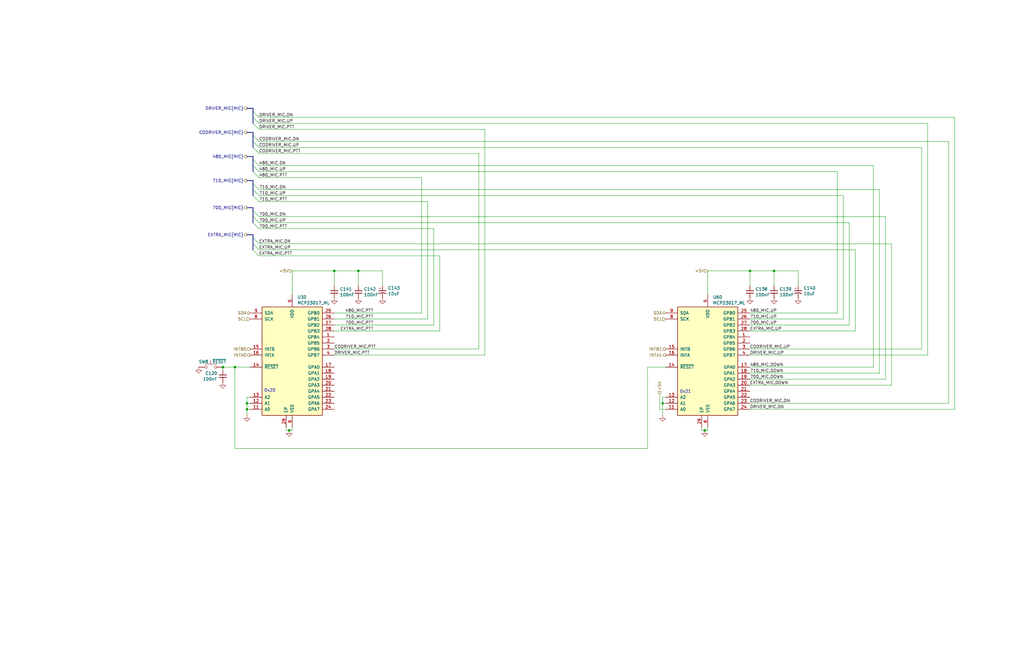
<source format=kicad_sch>
(kicad_sch (version 20250114) (generator "eeschema") (generator_version "9.0")
  (paper "B")
  (lib_symbols
    (symbol "Device:C_Polarized_Small_US" (pin_numbers (hide yes)) (pin_names (offset 0.254) (hide yes))
      (property "Reference" "C" (at 0.254 1.778 0))
      (property "Value" "C_Polarized_Small_US" (at 0.254 -2.032 0))
      (symbol "C_Polarized_Small_US_0_1"
        (polyline (pts (xy -1.524 0.508) (xy 1.524 0.508)) (stroke (width 0.3048)))
        (polyline (pts (xy -1.27 1.524) (xy -0.762 1.524)))
        (polyline (pts (xy -1.016 1.27) (xy -1.016 1.778)))
        (arc (start -1.524 -0.762) (mid 0 -0.3734) (end 1.524 -0.762) (stroke (width 0.3048)))
      )
      (symbol "C_Polarized_Small_US_1_1"
        (pin passive line (at 0 2.54 270) (length 2.032) (name "~") (number "1"))
        (pin passive line (at 0 -2.54 90) (length 2.032) (name "~") (number "2"))
      )
    )
    (symbol "Device:C_Small" (pin_numbers (hide yes)) (pin_names (offset 0.254) (hide yes))
      (property "Reference" "C" (at 0.254 1.778 0))
      (property "Value" "C_Small" (at 0.254 -2.032 0))
      (symbol "C_Small_0_1"
        (polyline (pts (xy -1.524 0.508) (xy 1.524 0.508)) (stroke (width 0.3048)))
        (polyline (pts (xy -1.524 -0.508) (xy 1.524 -0.508)) (stroke (width 0.3302)))
      )
      (symbol "C_Small_1_1"
        (pin passive line (at 0 2.54 270) (length 2.032) (name "~") (number "1"))
        (pin passive line (at 0 -2.54 90) (length 2.032) (name "~") (number "2"))
      )
    )
    (symbol "Interface_Expansion:MCP23017_ML" (pin_names (offset 1.016))
      (property "Reference" "U" (at -11.43 24.13 0))
      (property "Value" "MCP23017_ML" (at 0 0 0))
      (symbol "MCP23017_ML_0_1"
        (rectangle (start -12.7 22.86) (end 12.7 -22.86) (stroke (width 0.254)) (fill (type background)))
      )
      (symbol "MCP23017_ML_1_1"
        (pin bidirectional line (at -17.78 20.32 0) (length 5.08) (name "SDA") (number "9"))
        (pin input line (at -17.78 17.78 0) (length 5.08) (name "SCK") (number "8"))
        (pin tri_state line (at -17.78 5.08 0) (length 5.08) (name "INTB") (number "15"))
        (pin tri_state line (at -17.78 2.54 0) (length 5.08) (name "INTA") (number "16"))
        (pin input line (at -17.78 -2.54 0) (length 5.08) (name "~{RESET}") (number "14"))
        (pin input line (at -17.78 -15.24 0) (length 5.08) (name "A2") (number "13"))
        (pin input line (at -17.78 -17.78 0) (length 5.08) (name "A1") (number "12"))
        (pin input line (at -17.78 -20.32 0) (length 5.08) (name "A0") (number "11"))
        (pin no_connect line (at -12.7 15.24 0) (length 5.08) (hide yes) (name "NC") (number "7"))
        (pin no_connect line (at -12.7 12.7 0) (length 5.08) (hide yes) (name "NC") (number "10"))
        (pin passive line (at -2.54 -27.94 90) (length 5.08) (name "EP") (number "29"))
        (pin power_in line (at 0 27.94 270) (length 5.08) (name "VDD") (number "5"))
        (pin power_in line (at 0 -27.94 90) (length 5.08) (name "VSS") (number "6"))
        (pin bidirectional line (at 17.78 20.32 180) (length 5.08) (name "GPB0") (number "25"))
        (pin bidirectional line (at 17.78 17.78 180) (length 5.08) (name "GPB1") (number "26"))
        (pin bidirectional line (at 17.78 15.24 180) (length 5.08) (name "GPB2") (number "27"))
        (pin bidirectional line (at 17.78 12.7 180) (length 5.08) (name "GPB3") (number "28"))
        (pin bidirectional line (at 17.78 10.16 180) (length 5.08) (name "GPB4") (number "1"))
        (pin bidirectional line (at 17.78 7.62 180) (length 5.08) (name "GPB5") (number "2"))
        (pin bidirectional line (at 17.78 5.08 180) (length 5.08) (name "GPB6") (number "3"))
        (pin output line (at 17.78 2.54 180) (length 5.08) (name "GPB7") (number "4"))
        (pin bidirectional line (at 17.78 -2.54 180) (length 5.08) (name "GPA0") (number "17"))
        (pin bidirectional line (at 17.78 -5.08 180) (length 5.08) (name "GPA1") (number "18"))
        (pin bidirectional line (at 17.78 -7.62 180) (length 5.08) (name "GPA2") (number "19"))
        (pin bidirectional line (at 17.78 -10.16 180) (length 5.08) (name "GPA3") (number "20"))
        (pin bidirectional line (at 17.78 -12.7 180) (length 5.08) (name "GPA4") (number "21"))
        (pin bidirectional line (at 17.78 -15.24 180) (length 5.08) (name "GPA5") (number "22"))
        (pin bidirectional line (at 17.78 -17.78 180) (length 5.08) (name "GPA6") (number "23"))
        (pin output line (at 17.78 -20.32 180) (length 5.08) (name "GPA7") (number "24"))
      )
    )
    (symbol "Switch:SW_Push" (pin_numbers (hide yes)) (pin_names (offset 1.016) (hide yes))
      (property "Reference" "SW" (at 1.27 2.54 0))
      (property "Value" "SW_Push" (at 0 -1.524 0))
      (symbol "SW_Push_0_1"
        (circle (center -2.032 0) (radius 0.508))
        (polyline (pts (xy 0 1.27) (xy 0 3.048)))
        (circle (center 2.032 0) (radius 0.508))
        (polyline (pts (xy 2.54 1.27) (xy -2.54 1.27)))
        (pin passive line (at -5.08 0 0) (length 2.54) (name "1") (number "1"))
        (pin passive line (at 5.08 0 180) (length 2.54) (name "2") (number "2"))
      )
    )
    (symbol "power:GND" (power) (pin_numbers (hide yes)) (pin_names (offset 0) (hide yes))
      (property "Value" "GND" (at 0 -3.81 0))
      (symbol "GND_0_1"
        (polyline (pts (xy 0 0) (xy 0 -1.27) (xy 1.27 -1.27) (xy 0 -2.54) (xy -1.27 -1.27) (xy 0 -1.27)))
      )
      (symbol "GND_1_1"
        (pin power_in line (at 0 0 270) (length 0) (name "~") (number "1"))
      )
    )
  )
  (bus_alias "CODRIVER_MIC" (members "UP" "DOWN" "PTT" "+"))
  (bus_alias "DN_TO_RADIO" (members "480" "710" "700" "EXTRA"))
  (bus_alias "DRIVER_MIC" (members "UP" "DOWN" "PTT" "+"))
  (bus_alias "PTT_TO_RADIO" (members "UP" "DOWN" "PTT" "+"))
  (bus_alias "UP_TO_RADIO" (members "UP" "DOWN" "PTT" "+"))
  (text "0x21" (at 289.052 165.354 0) (effects (font (size 1.27 1.27))))
  (text "0x20" (at 113.792 164.846 0) (effects (font (size 1.27 1.27))))
  (junction (at 140.97 114.3))
  (junction (at 297.18 181.61))
  (junction (at 104.14 172.72))
  (junction (at 316.23 114.3))
  (junction (at 104.14 170.18))
  (junction (at 279.4 170.18))
  (junction (at 151.13 114.3))
  (junction (at 93.98 154.94))
  (junction (at 99.06 154.94))
  (junction (at 121.92 181.61))
  (junction (at 326.39 114.3))
  (bus_entry (at 109.22 69.85) (size -2.54 -2.54))
  (bus_entry (at 109.22 49.53) (size -2.54 -2.54))
  (bus_entry (at 109.22 74.93) (size -2.54 -2.54))
  (bus_entry (at 109.22 105.41) (size -2.54 -2.54))
  (bus_entry (at 109.22 93.98) (size -2.54 -2.54))
  (bus_entry (at 109.22 82.55) (size -2.54 -2.54))
  (bus_entry (at 109.22 59.69) (size -2.54 -2.54))
  (bus_entry (at 109.22 102.87) (size -2.54 -2.54))
  (bus_entry (at 109.22 64.77) (size -2.54 -2.54))
  (bus_entry (at 109.22 91.44) (size -2.54 -2.54))
  (bus_entry (at 109.22 72.39) (size -2.54 -2.54))
  (bus_entry (at 109.22 52.07) (size -2.54 -2.54))
  (bus_entry (at 109.22 85.09) (size -2.54 -2.54))
  (bus_entry (at 109.22 80.01) (size -2.54 -2.54))
  (bus_entry (at 109.22 107.95) (size -2.54 -2.54))
  (bus_entry (at 109.22 96.52) (size -2.54 -2.54))
  (bus_entry (at 109.22 54.61) (size -2.54 -2.54))
  (bus_entry (at 109.22 62.23) (size -2.54 -2.54))
  (wire (pts (xy 391.16 149.86) (xy 316.23 149.86)))
  (wire (pts (xy 280.67 167.64) (xy 279.4 167.64)))
  (wire (pts (xy 279.4 170.18) (xy 279.4 175.26)))
  (bus (pts (xy 106.68 49.53) (xy 106.68 52.07)))
  (wire (pts (xy 161.29 114.3) (xy 161.29 120.65)))
  (wire (pts (xy 295.91 180.34) (xy 295.91 181.61)))
  (wire (pts (xy 273.05 189.23) (xy 273.05 154.94)))
  (wire (pts (xy 140.97 147.32) (xy 201.93 147.32)))
  (wire (pts (xy 104.14 170.18) (xy 105.41 170.18)))
  (wire (pts (xy 391.16 52.07) (xy 391.16 149.86)))
  (wire (pts (xy 326.39 114.3) (xy 316.23 114.3)))
  (wire (pts (xy 104.14 167.64) (xy 105.41 167.64)))
  (wire (pts (xy 336.55 114.3) (xy 336.55 120.65)))
  (wire (pts (xy 353.06 132.08) (xy 353.06 72.39)))
  (wire (pts (xy 109.22 52.07) (xy 391.16 52.07)))
  (wire (pts (xy 104.14 172.72) (xy 105.41 172.72)))
  (wire (pts (xy 123.19 114.3) (xy 140.97 114.3)))
  (bus (pts (xy 106.68 69.85) (xy 106.68 72.39)))
  (bus (pts (xy 106.68 57.15) (xy 106.68 59.69)))
  (wire (pts (xy 123.19 114.3) (xy 123.19 124.46)))
  (wire (pts (xy 109.22 49.53) (xy 402.59 49.53)))
  (wire (pts (xy 123.19 180.34) (xy 123.19 181.61)))
  (wire (pts (xy 297.18 181.61) (xy 295.91 181.61)))
  (bus (pts (xy 104.14 66.04) (xy 106.68 66.04)))
  (wire (pts (xy 140.97 139.7) (xy 185.42 139.7)))
  (wire (pts (xy 123.19 181.61) (xy 121.92 181.61)))
  (wire (pts (xy 388.62 62.23) (xy 388.62 147.32)))
  (wire (pts (xy 140.97 149.86) (xy 204.47 149.86)))
  (wire (pts (xy 140.97 137.16) (xy 182.88 137.16)))
  (wire (pts (xy 358.14 137.16) (xy 358.14 93.98)))
  (wire (pts (xy 316.23 157.48) (xy 370.84 157.48)))
  (wire (pts (xy 298.45 114.3) (xy 316.23 114.3)))
  (wire (pts (xy 370.84 157.48) (xy 370.84 80.01)))
  (wire (pts (xy 151.13 114.3) (xy 151.13 120.65)))
  (wire (pts (xy 373.38 160.02) (xy 373.38 91.44)))
  (bus (pts (xy 106.68 102.87) (xy 106.68 105.41)))
  (wire (pts (xy 120.65 180.34) (xy 120.65 181.61)))
  (wire (pts (xy 109.22 72.39) (xy 353.06 72.39)))
  (wire (pts (xy 204.47 54.61) (xy 204.47 149.86)))
  (bus (pts (xy 106.68 76.2) (xy 106.68 77.47)))
  (wire (pts (xy 104.14 170.18) (xy 104.14 167.64)))
  (wire (pts (xy 140.97 134.62) (xy 180.34 134.62)))
  (wire (pts (xy 109.22 62.23) (xy 388.62 62.23)))
  (wire (pts (xy 109.22 105.41) (xy 360.68 105.41)))
  (wire (pts (xy 388.62 147.32) (xy 316.23 147.32)))
  (wire (pts (xy 316.23 154.94) (xy 368.3 154.94)))
  (wire (pts (xy 316.23 114.3) (xy 316.23 120.65)))
  (bus (pts (xy 104.14 45.72) (xy 106.68 45.72)))
  (bus (pts (xy 106.68 55.88) (xy 106.68 57.15)))
  (wire (pts (xy 99.06 189.23) (xy 99.06 154.94)))
  (wire (pts (xy 355.6 134.62) (xy 355.6 82.55)))
  (wire (pts (xy 298.45 114.3) (xy 298.45 124.46)))
  (bus (pts (xy 106.68 99.06) (xy 106.68 100.33)))
  (bus (pts (xy 104.14 55.88) (xy 106.68 55.88)))
  (wire (pts (xy 161.29 114.3) (xy 151.13 114.3)))
  (wire (pts (xy 316.23 160.02) (xy 373.38 160.02)))
  (wire (pts (xy 316.23 162.56) (xy 375.92 162.56)))
  (wire (pts (xy 278.13 172.72) (xy 280.67 172.72)))
  (wire (pts (xy 177.8 132.08) (xy 177.8 74.93)))
  (wire (pts (xy 360.68 139.7) (xy 360.68 105.41)))
  (wire (pts (xy 109.22 82.55) (xy 355.6 82.55)))
  (wire (pts (xy 336.55 114.3) (xy 326.39 114.3)))
  (wire (pts (xy 109.22 80.01) (xy 370.84 80.01)))
  (wire (pts (xy 273.05 154.94) (xy 280.67 154.94)))
  (bus (pts (xy 106.68 66.04) (xy 106.68 67.31)))
  (wire (pts (xy 402.59 49.53) (xy 402.59 172.72)))
  (wire (pts (xy 273.05 189.23) (xy 99.06 189.23)))
  (wire (pts (xy 109.22 59.69) (xy 400.05 59.69)))
  (wire (pts (xy 316.23 134.62) (xy 355.6 134.62)))
  (wire (pts (xy 375.92 162.56) (xy 375.92 102.87)))
  (wire (pts (xy 109.22 74.93) (xy 177.8 74.93)))
  (bus (pts (xy 106.68 77.47) (xy 106.68 80.01)))
  (wire (pts (xy 140.97 114.3) (xy 140.97 120.65)))
  (bus (pts (xy 104.14 87.63) (xy 106.68 87.63)))
  (wire (pts (xy 109.22 107.95) (xy 185.42 107.95)))
  (wire (pts (xy 93.98 154.94) (xy 93.98 156.21)))
  (bus (pts (xy 106.68 59.69) (xy 106.68 62.23)))
  (bus (pts (xy 106.68 91.44) (xy 106.68 93.98)))
  (wire (pts (xy 368.3 69.85) (xy 368.3 154.94)))
  (wire (pts (xy 316.23 132.08) (xy 353.06 132.08)))
  (wire (pts (xy 109.22 102.87) (xy 375.92 102.87)))
  (wire (pts (xy 326.39 114.3) (xy 326.39 120.65)))
  (wire (pts (xy 279.4 170.18) (xy 280.67 170.18)))
  (wire (pts (xy 109.22 64.77) (xy 201.93 64.77)))
  (wire (pts (xy 93.98 154.94) (xy 99.06 154.94)))
  (bus (pts (xy 106.68 87.63) (xy 106.68 88.9)))
  (bus (pts (xy 106.68 45.72) (xy 106.68 46.99)))
  (wire (pts (xy 298.45 181.61) (xy 297.18 181.61)))
  (wire (pts (xy 316.23 139.7) (xy 360.68 139.7)))
  (wire (pts (xy 316.23 137.16) (xy 358.14 137.16)))
  (wire (pts (xy 279.4 167.64) (xy 279.4 170.18)))
  (wire (pts (xy 109.22 69.85) (xy 368.3 69.85)))
  (bus (pts (xy 106.68 88.9) (xy 106.68 91.44)))
  (bus (pts (xy 106.68 80.01) (xy 106.68 82.55)))
  (bus (pts (xy 106.68 100.33) (xy 106.68 102.87)))
  (bus (pts (xy 104.14 99.06) (xy 106.68 99.06)))
  (wire (pts (xy 109.22 91.44) (xy 373.38 91.44)))
  (wire (pts (xy 402.59 172.72) (xy 316.23 172.72)))
  (bus (pts (xy 104.14 76.2) (xy 106.68 76.2)))
  (wire (pts (xy 201.93 64.77) (xy 201.93 147.32)))
  (wire (pts (xy 151.13 114.3) (xy 140.97 114.3)))
  (wire (pts (xy 109.22 54.61) (xy 204.47 54.61)))
  (wire (pts (xy 180.34 134.62) (xy 180.34 85.09)))
  (wire (pts (xy 185.42 139.7) (xy 185.42 107.95)))
  (wire (pts (xy 140.97 132.08) (xy 177.8 132.08)))
  (bus (pts (xy 106.68 46.99) (xy 106.68 49.53)))
  (wire (pts (xy 182.88 137.16) (xy 182.88 96.52)))
  (wire (pts (xy 400.05 59.69) (xy 400.05 170.18)))
  (wire (pts (xy 121.92 181.61) (xy 120.65 181.61)))
  (wire (pts (xy 109.22 93.98) (xy 358.14 93.98)))
  (wire (pts (xy 99.06 154.94) (xy 105.41 154.94)))
  (wire (pts (xy 109.22 85.09) (xy 180.34 85.09)))
  (wire (pts (xy 278.13 166.37) (xy 278.13 172.72)))
  (wire (pts (xy 104.14 172.72) (xy 104.14 170.18)))
  (bus (pts (xy 106.68 67.31) (xy 106.68 69.85)))
  (wire (pts (xy 109.22 96.52) (xy 182.88 96.52)))
  (wire (pts (xy 400.05 170.18) (xy 316.23 170.18)))
  (wire (pts (xy 104.14 175.26) (xy 104.14 172.72)))
  (wire (pts (xy 298.45 180.34) (xy 298.45 181.61)))
  (label "EXTRA_MIC.PTT" (at 109.22 107.95 0))
  (label "480_MIC.PTT" (at 157.48 132.08 180))
  (label "700_MIC.PTT" (at 109.22 96.52 0))
  (label "EXTRA_MIC.UP" (at 316.23 139.7 0))
  (label "710_MIC.PTT" (at 157.48 134.62 180))
  (label "480_MIC.UP" (at 316.23 132.08 0))
  (label "EXTRA_MIC.UP" (at 109.22 105.41 0))
  (label "700_MIC.UP" (at 316.23 137.16 0))
  (label "CODRIVER_MIC.UP" (at 109.22 62.23 0))
  (label "CODRIVER_MIC.PTT" (at 109.22 64.77 0))
  (label "710_MIC.DN" (at 109.22 80.01 0))
  (label "700_MIC.PTT" (at 157.48 137.16 180))
  (label "710_MIC.DOWN" (at 316.23 157.48 0))
  (label "480_MIC.UP" (at 109.22 72.39 0))
  (label "EXTRA_MIC.PTT" (at 157.48 139.7 180))
  (label "DRIVER_MIC.UP" (at 316.23 149.86 0))
  (label "DRIVER_MIC.PTT" (at 140.97 149.86 0))
  (label "700_MIC.UP" (at 109.22 93.98 0))
  (label "710_MIC.PTT" (at 109.22 85.09 0))
  (label "CODRIVER_MIC.PTT" (at 140.97 147.32 0))
  (label "480_MIC.PTT" (at 109.22 74.93 0))
  (label "480_MIC.DN" (at 109.22 69.85 0))
  (label "CODRIVER_MIC.DN" (at 109.22 59.69 0))
  (label "EXTRA_MIC.DN" (at 109.22 102.87 0))
  (label "DRIVER_MIC.PTT" (at 109.22 54.61 0))
  (label "700_MIC.DOWN" (at 316.23 160.02 0))
  (label "DRIVER_MIC.DN" (at 316.23 172.72 0))
  (label "DRIVER_MIC.UP" (at 109.22 52.07 0))
  (label "480_MIC.DOWN" (at 316.23 154.94 0))
  (label "CODRIVER_MIC.DN" (at 316.23 170.18 0))
  (label "710_MIC.UP" (at 109.22 82.55 0))
  (label "700_MIC.DN" (at 109.22 91.44 0))
  (label "EXTRA_MIC.DOWN" (at 316.23 162.56 0))
  (label "CODRIVER_MIC.UP" (at 316.23 147.32 0))
  (label "710_MIC.UP" (at 316.23 134.62 0))
  (label "DRIVER_MIC.DN" (at 109.22 49.53 0))
  (hierarchical_label "+5V" (shape input) (at 298.45 114.3 180))
  (hierarchical_label "CODRIVER_MIC{MIC}" (shape output) (at 104.14 55.88 180))
  (hierarchical_label "INTB1" (shape output) (at 280.67 147.32 180))
  (hierarchical_label "480_MIC{MIC}" (shape output) (at 104.14 66.04 180))
  (hierarchical_label "700_MIC{MIC}" (shape output) (at 104.14 87.63 180))
  (hierarchical_label "INTB0" (shape output) (at 105.41 147.32 180))
  (hierarchical_label "SDA" (shape bidirectional) (at 280.67 132.08 180))
  (hierarchical_label "INTA0" (shape output) (at 105.41 149.86 180))
  (hierarchical_label "EXTRA_MIC{MIC}" (shape output) (at 104.14 99.06 180))
  (hierarchical_label "SCL" (shape input) (at 280.67 134.62 180))
  (hierarchical_label "DRIVER_MIC{MIC}" (shape output) (at 104.14 45.72 180))
  (hierarchical_label "+5V" (shape input) (at 123.19 114.3 180))
  (hierarchical_label "SCL" (shape input) (at 105.41 134.62 180))
  (hierarchical_label "INTA1" (shape output) (at 280.67 149.86 180))
  (hierarchical_label "710_MIC{MIC}" (shape output) (at 104.14 76.2 180))
  (hierarchical_label "+5V" (shape input) (at 278.13 166.37 90))
  (hierarchical_label "SDA" (shape bidirectional) (at 105.41 132.08 180))
  (symbol (lib_id "Device:C_Small") (at 151.13 123.19 0) (unit 1)
    (property "Reference" "C142" (at 153.4541 121.9841 0) (effects (justify left)))
    (property "Value" "100nF" (at 153.4541 124.4084 0) (effects (justify left)))
    (property "Description" "Unpolarized capacitor, small symbol" (effects (hide yes)))
  )
  (symbol (lib_id "power:GND") (at 121.92 181.61 0) (unit 1)
    (property "Reference" "#PWR0264" (effects (hide yes)))
    (property "Value" "GND" (effects (hide yes)))
    (property "Description" "Power symbol creates a global label with name \"GND\" , ground" (effects (hide yes)))
  )
  (symbol (lib_id "power:GND") (at 336.55 125.73 0) (unit 1)
    (property "Reference" "#PWR0291" (effects (hide yes)))
    (property "Value" "GND" (effects (hide yes)))
    (property "Description" "Power symbol creates a global label with name \"GND\" , ground" (effects (hide yes)))
  )
  (symbol (lib_id "Switch:SW_Push") (at 88.9 154.94 0) (unit 1)
    (property "Reference" "SW8" (at 85.852 152.654 0))
    (property "Value" "~{RESET}" (at 92.456 152.654 0))
    (property "Footprint" "Button_Switch_SMD:SW_SPST_TL3342" (effects (hide yes)))
    (property "Description" "Push button switch, generic, two pins" (effects (hide yes)))
  )
  (symbol (lib_id "power:GND") (at 279.4 175.26 0) (unit 1)
    (property "Reference" "#PWR0289" (effects (hide yes)))
    (property "Value" "GND" (effects (hide yes)))
    (property "Description" "Power symbol creates a global label with name \"GND\" , ground" (effects (hide yes)))
  )
  (symbol (lib_id "Interface_Expansion:MCP23017_ML") (at 298.45 152.4 0) (unit 1)
    (property "Reference" "U60" (at 300.5933 125.3955 0) (effects (justify left)))
    (property "Value" "MCP23017_ML" (at 300.5933 127.8198 0) (effects (justify left)))
    (property "Footprint" "Package_DFN_QFN:QFN-28-1EP_6x6mm_P0.65mm_EP4.25x4.25mm" (effects (hide yes)))
    (property "Datasheet" "https://ww1.microchip.com/downloads/aemDocuments/documents/APID/ProductDocuments/DataSheets/MCP23017-Data-Sheet-DS20001952.pdf" (effects (hide yes)))
    (property "Description" "16-bit I/O expander, I2C, interrupts, w pull-ups, GPA/B7 output only (https://microchip.my.site.com/s/article/GPA7---GPB7-Cannot-Be-Used-as-Inputs-In-MCP23017), QFN-28" (effects (hide yes)))
  )
  (symbol (lib_id "Device:C_Small") (at 316.23 123.19 0) (unit 1)
    (property "Reference" "C138" (at 318.5541 121.9841 0) (effects (justify left)))
    (property "Value" "100nF" (at 318.5541 124.4084 0) (effects (justify left)))
    (property "Description" "Unpolarized capacitor, small symbol" (effects (hide yes)))
  )
  (symbol (lib_id "power:GND") (at 83.82 154.94 0) (unit 1)
    (property "Reference" "#PWR0237" (effects (hide yes)))
    (property "Value" "GND" (effects (hide yes)))
    (property "Description" "Power symbol creates a global label with name \"GND\" , ground" (effects (hide yes)))
  )
  (symbol (lib_id "power:GND") (at 140.97 125.73 0) (unit 1)
    (property "Reference" "#PWR0292" (effects (hide yes)))
    (property "Value" "GND" (effects (hide yes)))
    (property "Description" "Power symbol creates a global label with name \"GND\" , ground" (effects (hide yes)))
  )
  (symbol (lib_id "power:GND") (at 326.39 125.73 0) (unit 1)
    (property "Reference" "#PWR0288" (effects (hide yes)))
    (property "Value" "GND" (effects (hide yes)))
    (property "Description" "Power symbol creates a global label with name \"GND\" , ground" (effects (hide yes)))
  )
  (symbol (lib_id "Device:C_Small") (at 326.39 123.19 0) (unit 1)
    (property "Reference" "C139" (at 328.7141 121.9841 0) (effects (justify left)))
    (property "Value" "100nF" (at 328.7141 124.4084 0) (effects (justify left)))
    (property "Description" "Unpolarized capacitor, small symbol" (effects (hide yes)))
  )
  (symbol (lib_id "power:GND") (at 104.14 175.26 0) (unit 1)
    (property "Reference" "#PWR0263" (effects (hide yes)))
    (property "Value" "GND" (effects (hide yes)))
    (property "Description" "Power symbol creates a global label with name \"GND\" , ground" (effects (hide yes)))
  )
  (symbol (lib_id "Device:C_Polarized_Small_US") (at 336.55 123.19 0) (unit 1)
    (property "Reference" "C140" (at 338.8614 121.546 0) (effects (justify left)))
    (property "Value" "10uF" (at 338.8614 123.9703 0) (effects (justify left)))
    (property "Description" "Polarized capacitor, small US symbol" (effects (hide yes)))
  )
  (symbol (lib_id "Interface_Expansion:MCP23017_ML") (at 123.19 152.4 0) (unit 1)
    (property "Reference" "U30" (at 125.3333 125.3955 0) (effects (justify left)))
    (property "Value" "MCP23017_ML" (at 125.3333 127.8198 0) (effects (justify left)))
    (property "Footprint" "Package_DFN_QFN:QFN-28-1EP_6x6mm_P0.65mm_EP4.25x4.25mm" (effects (hide yes)))
    (property "Datasheet" "https://ww1.microchip.com/downloads/aemDocuments/documents/APID/ProductDocuments/DataSheets/MCP23017-Data-Sheet-DS20001952.pdf" (effects (hide yes)))
    (property "Description" "16-bit I/O expander, I2C, interrupts, w pull-ups, GPA/B7 output only (https://microchip.my.site.com/s/article/GPA7---GPB7-Cannot-Be-Used-as-Inputs-In-MCP23017), QFN-28" (effects (hide yes)))
  )
  (symbol (lib_id "Device:C_Small") (at 93.98 158.75 0) (mirror y) (unit 1)
    (property "Reference" "C120" (at 91.6559 157.5441 0) (effects (justify left)))
    (property "Value" "100nF" (at 91.6559 159.9684 0) (effects (justify left)))
    (property "Description" "Unpolarized capacitor, small symbol" (effects (hide yes)))
  )
  (symbol (lib_id "power:GND") (at 316.23 125.73 0) (unit 1)
    (property "Reference" "#PWR0287" (effects (hide yes)))
    (property "Value" "GND" (effects (hide yes)))
    (property "Description" "Power symbol creates a global label with name \"GND\" , ground" (effects (hide yes)))
  )
  (symbol (lib_id "Device:C_Polarized_Small_US") (at 161.29 123.19 0) (unit 1)
    (property "Reference" "C143" (at 163.6014 121.546 0) (effects (justify left)))
    (property "Value" "10uF" (at 163.6014 123.9703 0) (effects (justify left)))
    (property "Description" "Polarized capacitor, small US symbol" (effects (hide yes)))
  )
  (symbol (lib_id "power:GND") (at 151.13 125.73 0) (unit 1)
    (property "Reference" "#PWR0293" (effects (hide yes)))
    (property "Value" "GND" (effects (hide yes)))
    (property "Description" "Power symbol creates a global label with name \"GND\" , ground" (effects (hide yes)))
  )
  (symbol (lib_id "power:GND") (at 297.18 181.61 0) (unit 1)
    (property "Reference" "#PWR0290" (effects (hide yes)))
    (property "Value" "GND" (effects (hide yes)))
    (property "Description" "Power symbol creates a global label with name \"GND\" , ground" (effects (hide yes)))
  )
  (symbol (lib_id "Device:C_Small") (at 140.97 123.19 0) (unit 1)
    (property "Reference" "C141" (at 143.2941 121.9841 0) (effects (justify left)))
    (property "Value" "100nF" (at 143.2941 124.4084 0) (effects (justify left)))
    (property "Description" "Unpolarized capacitor, small symbol" (effects (hide yes)))
  )
  (symbol (lib_id "power:GND") (at 161.29 125.73 0) (unit 1)
    (property "Reference" "#PWR0294" (effects (hide yes)))
    (property "Value" "GND" (effects (hide yes)))
    (property "Description" "Power symbol creates a global label with name \"GND\" , ground" (effects (hide yes)))
  )
  (symbol (lib_id "power:GND") (at 93.98 161.29 0) (unit 1)
    (property "Reference" "#PWR0238" (effects (hide yes)))
    (property "Value" "GND" (effects (hide yes)))
    (property "Description" "Power symbol creates a global label with name \"GND\" , ground" (effects (hide yes)))
  )
)
</source>
